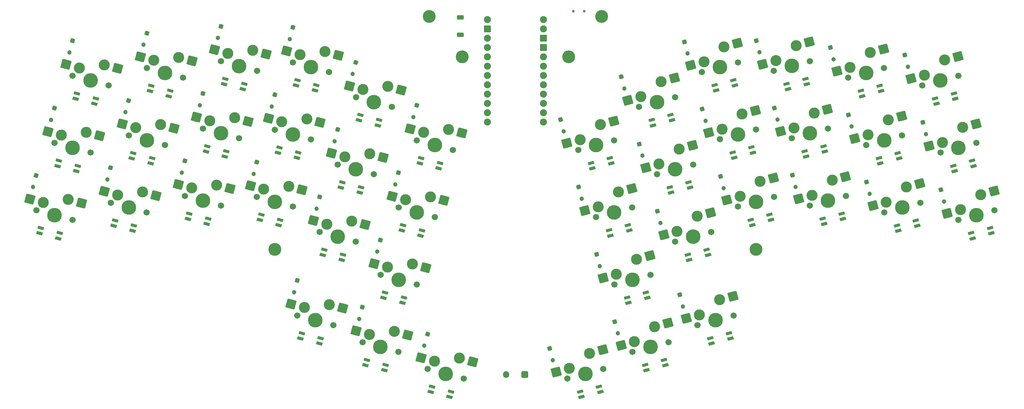
<source format=gbr>
%TF.GenerationSoftware,KiCad,Pcbnew,9.0.4*%
%TF.CreationDate,2025-08-26T18:52:05+03:00*%
%TF.ProjectId,MOKETA,4d4f4b45-5441-42e6-9b69-6361645f7063,rev?*%
%TF.SameCoordinates,Original*%
%TF.FileFunction,Soldermask,Bot*%
%TF.FilePolarity,Negative*%
%FSLAX46Y46*%
G04 Gerber Fmt 4.6, Leading zero omitted, Abs format (unit mm)*
G04 Created by KiCad (PCBNEW 9.0.4) date 2025-08-26 18:52:05*
%MOMM*%
%LPD*%
G01*
G04 APERTURE LIST*
G04 Aperture macros list*
%AMRoundRect*
0 Rectangle with rounded corners*
0 $1 Rounding radius*
0 $2 $3 $4 $5 $6 $7 $8 $9 X,Y pos of 4 corners*
0 Add a 4 corners polygon primitive as box body*
4,1,4,$2,$3,$4,$5,$6,$7,$8,$9,$2,$3,0*
0 Add four circle primitives for the rounded corners*
1,1,$1+$1,$2,$3*
1,1,$1+$1,$4,$5*
1,1,$1+$1,$6,$7*
1,1,$1+$1,$8,$9*
0 Add four rect primitives between the rounded corners*
20,1,$1+$1,$2,$3,$4,$5,0*
20,1,$1+$1,$4,$5,$6,$7,0*
20,1,$1+$1,$6,$7,$8,$9,0*
20,1,$1+$1,$8,$9,$2,$3,0*%
%AMHorizOval*
0 Thick line with rounded ends*
0 $1 width*
0 $2 $3 position (X,Y) of the first rounded end (center of the circle)*
0 $4 $5 position (X,Y) of the second rounded end (center of the circle)*
0 Add line between two ends*
20,1,$1,$2,$3,$4,$5,0*
0 Add two circle primitives to create the rounded ends*
1,1,$1,$2,$3*
1,1,$1,$4,$5*%
G04 Aperture macros list end*
%ADD10RoundRect,0.097561X-0.648523X-0.486879X0.805077X-0.097388X0.648523X0.486879X-0.805077X0.097388X0*%
%ADD11RoundRect,0.103659X-0.637741X-0.503559X0.804079X-0.117224X0.637741X0.503559X-0.804079X0.117224X0*%
%ADD12C,1.701800*%
%ADD13C,3.000000*%
%ADD14C,3.987800*%
%ADD15RoundRect,0.200000X-0.766610X-1.292453X1.310130X-0.735992X0.766610X1.292453X-1.310130X0.735992X0*%
%ADD16O,1.900000X1.900000*%
%ADD17RoundRect,0.250000X-0.700000X-0.700000X0.700000X-0.700000X0.700000X0.700000X-0.700000X0.700000X0*%
%ADD18RoundRect,0.200000X-1.310130X-0.735992X0.766610X-1.292453X1.310130X0.735992X-0.766610X1.292453X0*%
%ADD19RoundRect,0.250000X-0.247487X0.428661X-0.428661X-0.247487X0.247487X-0.428661X0.428661X0.247487X0*%
%ADD20HorizOval,1.200000X0.000000X0.000000X0.000000X0.000000X0*%
%ADD21C,3.500000*%
%ADD22RoundRect,0.097561X-0.805077X-0.097388X0.648523X-0.486879X0.805077X0.097388X-0.648523X0.486879X0*%
%ADD23RoundRect,0.103659X-0.804079X-0.117224X0.637741X-0.503559X0.804079X0.117224X-0.637741X0.503559X0*%
%ADD24RoundRect,0.250000X-0.428661X0.247487X-0.247487X-0.428661X0.428661X-0.247487X0.247487X0.428661X0*%
%ADD25HorizOval,1.200000X0.000000X0.000000X0.000000X0.000000X0*%
%ADD26C,0.700000*%
%ADD27RoundRect,0.200000X-0.700000X0.400000X-0.700000X-0.400000X0.700000X-0.400000X0.700000X0.400000X0*%
%ADD28O,1.800000X1.800000*%
%ADD29RoundRect,0.250000X0.650000X-0.650000X0.650000X0.650000X-0.650000X0.650000X-0.650000X-0.650000X0*%
G04 APERTURE END LIST*
D10*
%TO.C,LED22*%
X281855763Y-131591902D03*
D11*
X282243992Y-133040791D03*
X287363399Y-131669050D03*
D10*
X286975170Y-130220161D03*
%TD*%
D12*
%TO.C,SW24*%
X318801229Y-131967696D03*
D13*
X319370554Y-129185544D03*
D14*
X323708132Y-130652895D03*
D13*
X324846784Y-125088591D03*
D12*
X328615035Y-129338094D03*
D15*
X328469005Y-124118020D03*
X315748332Y-130156115D03*
%TD*%
D10*
%TO.C,LED11*%
X297132881Y-115121869D03*
D11*
X297521110Y-116570758D03*
X302640517Y-115199017D03*
D10*
X302252288Y-113750128D03*
%TD*%
D16*
%TO.C,U1*%
X210828193Y-95657847D03*
X210828193Y-98197847D03*
D17*
X210828193Y-100737847D03*
X210828193Y-103277847D03*
D16*
X210828193Y-105817847D03*
X210828193Y-108357847D03*
X210828193Y-110897847D03*
X210828193Y-113437847D03*
X210828193Y-115977847D03*
X210828193Y-118517847D03*
X210828193Y-121057847D03*
X210828193Y-123597847D03*
X195588193Y-123597847D03*
X195588193Y-121057847D03*
X195588193Y-118517847D03*
X195588193Y-115977847D03*
X195588193Y-113437847D03*
X195588193Y-110897847D03*
X195588193Y-108357847D03*
X195588193Y-105817847D03*
X195588193Y-103277847D03*
X195588193Y-100737847D03*
D17*
X195588193Y-98197847D03*
D16*
X195588193Y-95657847D03*
%TD*%
D12*
%TO.C,SW8*%
X236779959Y-119501591D03*
D13*
X237349284Y-116719439D03*
D14*
X241686862Y-118186790D03*
D13*
X242825514Y-112622486D03*
D12*
X246593765Y-116871989D03*
D15*
X246447735Y-111651915D03*
X233727062Y-117690010D03*
%TD*%
D12*
%TO.C,SW22*%
X278382700Y-128019056D03*
D13*
X278952025Y-125236904D03*
D14*
X283289603Y-126704255D03*
D13*
X284428255Y-121139951D03*
D12*
X288196506Y-125389454D03*
D15*
X288050476Y-120169380D03*
X275329803Y-126207475D03*
%TD*%
D10*
%TO.C,LED34*%
X286773323Y-149944493D03*
D11*
X287161552Y-151393382D03*
X292280959Y-150021641D03*
D10*
X291892730Y-148572752D03*
%TD*%
D12*
%TO.C,SW16*%
X137759525Y-125709206D03*
D13*
X139643651Y-123584455D03*
D14*
X142666428Y-127024007D03*
D13*
X146434680Y-122774504D03*
D12*
X147573331Y-128338808D03*
D18*
X150056902Y-123745076D03*
X136021429Y-122613883D03*
%TD*%
D12*
%TO.C,SW6*%
X176328208Y-128589666D03*
D13*
X178212334Y-126464915D03*
D14*
X181235111Y-129904467D03*
D13*
X185003363Y-125654964D03*
D12*
X186142014Y-131219268D03*
D18*
X188625585Y-126625536D03*
X174590112Y-125494343D03*
%TD*%
D19*
%TO.C,D18*%
X171393693Y-137423525D03*
D20*
X170539593Y-140611081D03*
%TD*%
D19*
%TO.C,D13*%
X77759481Y-119819356D03*
D20*
X76905381Y-123006912D03*
%TD*%
D21*
%TO.C,MH*%
X179721380Y-94865123D03*
%TD*%
D22*
%TO.C,LED1*%
X83915332Y-115816211D03*
D23*
X83527103Y-117265100D03*
X88646510Y-118636841D03*
D22*
X89034739Y-117187952D03*
%TD*%
%TO.C,LED18*%
X172631978Y-151772964D03*
D23*
X172243749Y-153221853D03*
X177363156Y-154593594D03*
D22*
X177751385Y-153144705D03*
%TD*%
D24*
%TO.C,D8*%
X232005913Y-111266600D03*
D25*
X232860013Y-114454156D03*
%TD*%
D19*
%TO.C,D3*%
X123075570Y-97518132D03*
D20*
X122221470Y-100705688D03*
%TD*%
D19*
%TO.C,D6*%
X176311256Y-119070938D03*
D20*
X175457156Y-122258494D03*
%TD*%
D12*
%TO.C,SW34*%
X283300265Y-146371645D03*
D13*
X283869590Y-143589493D03*
D14*
X288207168Y-145056844D03*
D13*
X289345820Y-139492540D03*
D12*
X293114071Y-143742043D03*
D15*
X292968041Y-138521969D03*
X280247368Y-144560064D03*
%TD*%
D12*
%TO.C,SW10*%
X273475138Y-109656466D03*
D13*
X274044463Y-106874314D03*
D14*
X278382041Y-108341665D03*
D13*
X279520693Y-102777361D03*
D12*
X283288944Y-107026864D03*
D15*
X283142914Y-101806790D03*
X270422241Y-107844885D03*
%TD*%
D24*
%TO.C,D20*%
X236896158Y-129619194D03*
D25*
X237750258Y-132806750D03*
%TD*%
D12*
%TO.C,SW33*%
X263715693Y-146691403D03*
D13*
X264285018Y-143909251D03*
D14*
X268622596Y-145376602D03*
D13*
X269761248Y-139812298D03*
D12*
X273529499Y-144061801D03*
D15*
X273383469Y-138841727D03*
X260662796Y-144879822D03*
%TD*%
D22*
%TO.C,LED25*%
X74080207Y-152521388D03*
D23*
X73691978Y-153970277D03*
X78811385Y-155342018D03*
D22*
X79199614Y-153893129D03*
%TD*%
D12*
%TO.C,SW20*%
X241677521Y-137854181D03*
D13*
X242246846Y-135072029D03*
D14*
X246584424Y-136539380D03*
D13*
X247723076Y-130975076D03*
D12*
X251491327Y-135224579D03*
D15*
X251345297Y-130004505D03*
X238624624Y-136042600D03*
%TD*%
D12*
%TO.C,SW40*%
X217288828Y-193580439D03*
D13*
X217858153Y-190798287D03*
D14*
X222195731Y-192265638D03*
D13*
X223334383Y-186701334D03*
D12*
X227102634Y-190950837D03*
D15*
X226956604Y-185730763D03*
X214235931Y-191768858D03*
%TD*%
D24*
%TO.C,D12*%
X309099627Y-105370117D03*
D25*
X309953727Y-108557673D03*
%TD*%
D24*
%TO.C,D36*%
X318924748Y-142085297D03*
D25*
X319778848Y-145272853D03*
%TD*%
D21*
%TO.C,MH*%
X268622596Y-158376602D03*
%TD*%
D26*
%TO.C,SW44*%
X218895730Y-93365125D03*
X221895730Y-93365125D03*
%TD*%
D22*
%TO.C,LED30*%
X167714418Y-170125554D03*
D23*
X167326189Y-171574443D03*
X172445596Y-172946184D03*
D22*
X172833825Y-171497295D03*
%TD*%
D12*
%TO.C,SW35*%
X303484939Y-148244204D03*
D13*
X304054264Y-145462052D03*
D14*
X308391842Y-146929403D03*
D13*
X309530494Y-141365099D03*
D12*
X313298745Y-145614602D03*
D15*
X313152715Y-140394528D03*
X300432042Y-146432623D03*
%TD*%
D27*
%TO.C,SW43*%
X188195731Y-95065123D03*
X188195731Y-99865123D03*
%TD*%
D12*
%TO.C,SW29*%
X149962580Y-153577166D03*
D13*
X151846706Y-151452415D03*
D14*
X154869483Y-154891967D03*
D13*
X158637735Y-150642464D03*
D12*
X159776386Y-156206768D03*
D18*
X162259957Y-151613036D03*
X148224484Y-150481843D03*
%TD*%
D12*
%TO.C,SW3*%
X123092520Y-107036860D03*
D13*
X124976646Y-104912109D03*
D14*
X127999423Y-108351661D03*
D13*
X131767675Y-104102158D03*
D12*
X132906326Y-109666462D03*
D18*
X135389897Y-105072730D03*
X121354424Y-103941537D03*
%TD*%
D10*
%TO.C,LED23*%
X302040441Y-133474458D03*
D11*
X302428670Y-134923347D03*
X307548077Y-133551606D03*
D10*
X307159848Y-132102717D03*
%TD*%
D22*
%TO.C,LED39*%
X180510164Y-195781540D03*
D23*
X180121935Y-197230429D03*
X185241342Y-198602170D03*
D22*
X185629571Y-197153281D03*
%TD*%
D19*
%TO.C,D29*%
X149945627Y-144058434D03*
D20*
X149091527Y-147245990D03*
%TD*%
D19*
%TO.C,D39*%
X179271879Y-181432111D03*
D20*
X178417779Y-184619667D03*
%TD*%
D19*
%TO.C,D2*%
X102900891Y-99400688D03*
D20*
X102046791Y-102588244D03*
%TD*%
D10*
%TO.C,LED40*%
X220761892Y-197153284D03*
D11*
X221150121Y-198602173D03*
X226269528Y-197230432D03*
D10*
X225881299Y-195781543D03*
%TD*%
D12*
%TO.C,SW5*%
X159797702Y-116871985D03*
D13*
X161681828Y-114747234D03*
D14*
X164704605Y-118186786D03*
D13*
X168472857Y-113937283D03*
D12*
X169611508Y-119501587D03*
D18*
X172095079Y-114907855D03*
X158059606Y-113776662D03*
%TD*%
D12*
%TO.C,SW25*%
X72858868Y-147690680D03*
D13*
X74742994Y-145565929D03*
D14*
X77765771Y-149005481D03*
D13*
X81534023Y-144755978D03*
D12*
X82672674Y-150320282D03*
D18*
X85156245Y-145726550D03*
X71120772Y-144595357D03*
%TD*%
D10*
%TO.C,LED10*%
X276948201Y-113229311D03*
D11*
X277336430Y-114678200D03*
X282455837Y-113306459D03*
D10*
X282067608Y-111857570D03*
%TD*%
D21*
%TO.C,MH*%
X188721372Y-105849998D03*
%TD*%
D22*
%TO.C,LED38*%
X162796857Y-188478141D03*
D23*
X162408628Y-189927030D03*
X167528035Y-191298771D03*
D22*
X167916264Y-189849882D03*
%TD*%
D12*
%TO.C,SW27*%
X113257397Y-143742040D03*
D13*
X115141523Y-141617289D03*
D14*
X118164300Y-145056841D03*
D13*
X121932552Y-140807338D03*
D12*
X123071203Y-146371642D03*
D18*
X125554774Y-141777910D03*
X111519301Y-140646717D03*
%TD*%
D19*
%TO.C,D30*%
X166476133Y-155776118D03*
D20*
X165622033Y-158963674D03*
%TD*%
D19*
%TO.C,D37*%
X143845266Y-166825305D03*
D20*
X142991166Y-170012861D03*
%TD*%
D12*
%TO.C,SW17*%
X154880143Y-135224576D03*
D13*
X156764269Y-133099825D03*
D14*
X159787046Y-136539377D03*
D13*
X163555298Y-132289874D03*
D12*
X164693949Y-137854178D03*
D18*
X167177520Y-133260446D03*
X153142047Y-132129253D03*
%TD*%
D10*
%TO.C,LED12*%
X317346732Y-117177949D03*
D11*
X317734961Y-118626838D03*
X322854368Y-117255097D03*
D10*
X322466139Y-115806208D03*
%TD*%
D19*
%TO.C,D27*%
X113240446Y-134223311D03*
D20*
X112386346Y-137410867D03*
%TD*%
D19*
%TO.C,D16*%
X137742574Y-116190479D03*
D20*
X136888474Y-119378035D03*
%TD*%
D24*
%TO.C,D19*%
X220382969Y-141326872D03*
D25*
X221237069Y-144514428D03*
%TD*%
D24*
%TO.C,D35*%
X298710895Y-140009213D03*
D25*
X299564995Y-143196769D03*
%TD*%
D12*
%TO.C,SW28*%
X132841967Y-144061799D03*
D13*
X134726093Y-141937048D03*
D14*
X137748870Y-145376600D03*
D13*
X141517122Y-141127097D03*
D12*
X142655773Y-146691401D03*
D18*
X145139344Y-142097669D03*
X131103871Y-140966476D03*
%TD*%
D22*
%TO.C,LED6*%
X177549546Y-133420371D03*
D23*
X177161317Y-134869260D03*
X182280724Y-136241001D03*
D22*
X182668953Y-134792112D03*
%TD*%
D21*
%TO.C,MH*%
X137748870Y-158376599D03*
%TD*%
D19*
%TO.C,D25*%
X72841919Y-138171950D03*
D20*
X71987819Y-141359506D03*
%TD*%
D19*
%TO.C,D17*%
X154863185Y-125705845D03*
D20*
X154009085Y-128893401D03*
%TD*%
D24*
%TO.C,D22*%
X273601335Y-119784068D03*
D25*
X274455435Y-122971624D03*
%TD*%
D12*
%TO.C,SW39*%
X179288828Y-190950836D03*
D13*
X181172954Y-188826085D03*
D14*
X184195731Y-192265637D03*
D13*
X187963983Y-188016134D03*
D12*
X189102634Y-193580438D03*
D18*
X191586205Y-188986706D03*
X177550732Y-187855513D03*
%TD*%
D19*
%TO.C,D38*%
X161558567Y-174128709D03*
D20*
X160704467Y-177316265D03*
%TD*%
D24*
%TO.C,D33*%
X258941650Y-138456415D03*
D25*
X259795750Y-141643971D03*
%TD*%
D12*
%TO.C,SW7*%
X220249455Y-131219268D03*
D13*
X220818780Y-128437116D03*
D14*
X225156358Y-129904467D03*
D13*
X226295010Y-124340163D03*
D12*
X230063261Y-128589666D03*
D15*
X229917231Y-123369592D03*
X217196558Y-129407687D03*
%TD*%
D24*
%TO.C,D10*%
X268701095Y-101421474D03*
D25*
X269555195Y-104609030D03*
%TD*%
D19*
%TO.C,D5*%
X159780753Y-107353251D03*
D20*
X158926653Y-110540807D03*
%TD*%
D12*
%TO.C,SW9*%
X253900569Y-109986223D03*
D13*
X254469894Y-107204071D03*
D14*
X258807472Y-108671422D03*
D13*
X259946124Y-103107118D03*
D12*
X263714375Y-107356621D03*
D15*
X263568345Y-102136547D03*
X250847672Y-108174642D03*
%TD*%
D19*
%TO.C,D14*%
X97983332Y-117753276D03*
D20*
X97129232Y-120940832D03*
%TD*%
D21*
%TO.C,MH*%
X226670082Y-94865120D03*
%TD*%
D12*
%TO.C,SW32*%
X246595084Y-156206768D03*
D13*
X247164409Y-153424616D03*
D14*
X251501987Y-154891967D03*
D13*
X252640639Y-149327663D03*
D12*
X256408890Y-153577166D03*
D15*
X256262860Y-148357092D03*
X243542187Y-154395187D03*
%TD*%
D24*
%TO.C,D9*%
X249126525Y-101751230D03*
D25*
X249980625Y-104938786D03*
%TD*%
D24*
%TO.C,D24*%
X314027188Y-123732708D03*
D25*
X314881288Y-126920264D03*
%TD*%
D19*
%TO.C,D15*%
X118158007Y-115870721D03*
D20*
X117303907Y-119058277D03*
%TD*%
D24*
%TO.C,D42*%
X247921402Y-170738651D03*
D25*
X248775502Y-173926207D03*
%TD*%
D28*
%TO.C,J1*%
X200655733Y-192450000D03*
D29*
X205735733Y-192450000D03*
%TD*%
D22*
%TO.C,LED28*%
X134063300Y-148892506D03*
D23*
X133675071Y-150341395D03*
X138794478Y-151713136D03*
D22*
X139182707Y-150264247D03*
%TD*%
D12*
%TO.C,SW30*%
X166493083Y-165294843D03*
D13*
X168377209Y-163170092D03*
D14*
X171399986Y-166609644D03*
D13*
X175168238Y-162360141D03*
D12*
X176306889Y-167924445D03*
D18*
X178790460Y-163330713D03*
X164754987Y-162199520D03*
%TD*%
D24*
%TO.C,D21*%
X254026769Y-120093829D03*
D25*
X254880869Y-123281385D03*
%TD*%
D10*
%TO.C,LED7*%
X223722517Y-134792113D03*
D11*
X224110746Y-136241002D03*
X229230153Y-134869261D03*
D10*
X228841924Y-133420372D03*
%TD*%
%TO.C,LED8*%
X240253019Y-123074431D03*
D11*
X240641248Y-124523320D03*
X245760655Y-123151579D03*
D10*
X245372426Y-121702690D03*
%TD*%
%TO.C,LED36*%
X327171853Y-153893132D03*
D11*
X327560082Y-155342021D03*
X332679489Y-153970280D03*
D10*
X332291260Y-152521391D03*
%TD*%
D12*
%TO.C,SW31*%
X230084572Y-167924453D03*
D13*
X230653897Y-165142301D03*
D14*
X234991475Y-166609652D03*
D13*
X236130127Y-161045348D03*
D12*
X239898378Y-165294851D03*
D15*
X239752348Y-160074777D03*
X227031675Y-166112872D03*
%TD*%
D12*
%TO.C,SW23*%
X298567379Y-129901609D03*
D13*
X299136704Y-127119457D03*
D14*
X303474282Y-128586808D03*
D13*
X304612934Y-123022504D03*
D12*
X308381185Y-127272007D03*
D15*
X308235155Y-122051933D03*
X295514482Y-128090028D03*
%TD*%
D12*
%TO.C,SW13*%
X77776430Y-129338091D03*
D13*
X79660556Y-127213340D03*
D14*
X82683333Y-130652892D03*
D13*
X86451585Y-126403389D03*
D12*
X87590236Y-131967693D03*
D18*
X90073807Y-127373961D03*
X76038334Y-126242768D03*
%TD*%
D22*
%TO.C,LED17*%
X156101478Y-140055286D03*
D23*
X155713249Y-141504175D03*
X160832656Y-142875916D03*
D22*
X161220885Y-141427027D03*
%TD*%
D12*
%TO.C,SW42*%
X252695446Y-178973640D03*
D13*
X253264771Y-176191488D03*
D14*
X257602349Y-177658839D03*
D13*
X258741001Y-172094535D03*
D12*
X262509252Y-176344038D03*
D15*
X262363222Y-171123964D03*
X249642549Y-177162059D03*
%TD*%
D12*
%TO.C,SW26*%
X93082717Y-145624601D03*
D13*
X94966843Y-143499850D03*
D14*
X97989620Y-146939402D03*
D13*
X101757872Y-142689899D03*
D12*
X102896523Y-148254203D03*
D18*
X105380094Y-143660471D03*
X91344621Y-142529278D03*
%TD*%
D12*
%TO.C,SW11*%
X293659815Y-111549025D03*
D13*
X294229140Y-108766873D03*
D14*
X298566718Y-110234224D03*
D13*
X299705370Y-104669920D03*
D12*
X303473621Y-108919423D03*
D15*
X303327591Y-103699349D03*
X290606918Y-109737444D03*
%TD*%
D10*
%TO.C,LED33*%
X267188753Y-150264253D03*
D11*
X267576982Y-151713142D03*
X272696389Y-150341401D03*
D10*
X272308160Y-148892512D03*
%TD*%
D24*
%TO.C,D7*%
X215475412Y-122984279D03*
D25*
X216329512Y-126171835D03*
%TD*%
D10*
%TO.C,LED31*%
X233557638Y-171497295D03*
D11*
X233945867Y-172946184D03*
X239065274Y-171574443D03*
D10*
X238677045Y-170125554D03*
%TD*%
D22*
%TO.C,LED29*%
X151183916Y-158407871D03*
D23*
X150795687Y-159856760D03*
X155915094Y-161228501D03*
D22*
X156303323Y-159779612D03*
%TD*%
%TO.C,LED14*%
X99221615Y-132102713D03*
D23*
X98833386Y-133551602D03*
X103952793Y-134923343D03*
D22*
X104341022Y-133474454D03*
%TD*%
D12*
%TO.C,SW1*%
X82693991Y-110985500D03*
D13*
X84578117Y-108860749D03*
D14*
X87600894Y-112300301D03*
D13*
X91369146Y-108050798D03*
D12*
X92507797Y-113615102D03*
D18*
X94991368Y-109021370D03*
X80955895Y-107890177D03*
%TD*%
D24*
%TO.C,D23*%
X293786016Y-121666624D03*
D25*
X294640116Y-124854180D03*
%TD*%
D22*
%TO.C,LED5*%
X161019041Y-121702696D03*
D23*
X160630812Y-123151585D03*
X165750219Y-124523326D03*
D22*
X166138448Y-123074437D03*
%TD*%
D12*
%TO.C,SW41*%
X234992136Y-186287039D03*
D13*
X235561461Y-183504887D03*
D14*
X239899039Y-184972238D03*
D13*
X241037691Y-179407934D03*
D12*
X244805942Y-183657437D03*
D15*
X244659912Y-178437363D03*
X231939239Y-184475458D03*
%TD*%
D22*
%TO.C,LED16*%
X138980864Y-130539918D03*
D23*
X138592635Y-131988807D03*
X143712042Y-133360548D03*
D22*
X144100271Y-131911659D03*
%TD*%
D10*
%TO.C,LED21*%
X262281195Y-131901658D03*
D11*
X262669424Y-133350547D03*
X267788831Y-131978806D03*
D10*
X267400602Y-130529917D03*
%TD*%
D12*
%TO.C,SW37*%
X143862217Y-176344036D03*
D13*
X145746343Y-174219285D03*
D14*
X148769120Y-177658837D03*
D13*
X152537372Y-173409334D03*
D12*
X153676023Y-178973638D03*
D18*
X156159594Y-174379906D03*
X142124121Y-173248713D03*
%TD*%
D12*
%TO.C,SW15*%
X118174962Y-125389452D03*
D13*
X120059088Y-123264701D03*
D14*
X123081865Y-126704253D03*
D13*
X126850117Y-122454750D03*
D12*
X127988768Y-128019054D03*
D18*
X130472339Y-123425322D03*
X116436866Y-122294129D03*
%TD*%
D24*
%TO.C,D11*%
X288885774Y-103314034D03*
D25*
X289739874Y-106501590D03*
%TD*%
D10*
%TO.C,LED9*%
X257373631Y-113559065D03*
D11*
X257761860Y-115007954D03*
X262881267Y-113636213D03*
D10*
X262493038Y-112187324D03*
%TD*%
%TO.C,LED19*%
X228630074Y-153134710D03*
D11*
X229018303Y-154583599D03*
X234137710Y-153211858D03*
D10*
X233749481Y-151762969D03*
%TD*%
D22*
%TO.C,LED15*%
X119396293Y-130220160D03*
D23*
X119008064Y-131669049D03*
X124127471Y-133040790D03*
D22*
X124515700Y-131591901D03*
%TD*%
D24*
%TO.C,D31*%
X225310534Y-159689460D03*
D25*
X226164634Y-162877016D03*
%TD*%
D10*
%TO.C,LED24*%
X322274289Y-135540547D03*
D11*
X322662518Y-136989436D03*
X327781925Y-135617695D03*
D10*
X327393696Y-134168806D03*
%TD*%
D24*
%TO.C,D41*%
X230218095Y-178052059D03*
D25*
X231072195Y-181239615D03*
%TD*%
D10*
%TO.C,LED41*%
X238465202Y-189859885D03*
D11*
X238853431Y-191308774D03*
X243972838Y-189937033D03*
D10*
X243584609Y-188488144D03*
%TD*%
D22*
%TO.C,LED26*%
X94304056Y-150455308D03*
D23*
X93915827Y-151904197D03*
X99035234Y-153275938D03*
D22*
X99423463Y-151827049D03*
%TD*%
D19*
%TO.C,D26*%
X93065768Y-136105870D03*
D20*
X92211668Y-139293426D03*
%TD*%
D19*
%TO.C,D1*%
X82677041Y-101466765D03*
D20*
X81822941Y-104654321D03*
%TD*%
D22*
%TO.C,LED27*%
X114478732Y-148572752D03*
D23*
X114090503Y-150021641D03*
X119209910Y-151393382D03*
D22*
X119598139Y-149944493D03*
%TD*%
D12*
%TO.C,SW4*%
X142677089Y-107356618D03*
D13*
X144561215Y-105231867D03*
D14*
X147583992Y-108671419D03*
D13*
X151352244Y-104421916D03*
D12*
X152490895Y-109986220D03*
D18*
X154974466Y-105392488D03*
X140938993Y-104261295D03*
%TD*%
D12*
%TO.C,SW12*%
X313873671Y-113605102D03*
D13*
X314442996Y-110822950D03*
D14*
X318780574Y-112290301D03*
D13*
X319919226Y-106725997D03*
D12*
X323687477Y-110975500D03*
D15*
X323541447Y-105755426D03*
X310820774Y-111793521D03*
%TD*%
D10*
%TO.C,LED32*%
X250068143Y-159779616D03*
D11*
X250456372Y-161228505D03*
X255575779Y-159856764D03*
D10*
X255187550Y-158407875D03*
%TD*%
D22*
%TO.C,LED3*%
X124313861Y-111867566D03*
D23*
X123925632Y-113316455D03*
X129045039Y-114688196D03*
D22*
X129433268Y-113239307D03*
%TD*%
D12*
%TO.C,SW14*%
X98000283Y-127272008D03*
D13*
X99884409Y-125147257D03*
D14*
X102907186Y-128586809D03*
D13*
X106675438Y-124337306D03*
D12*
X107814089Y-129901610D03*
D18*
X110297660Y-125307878D03*
X96262187Y-124176685D03*
%TD*%
D12*
%TO.C,SW18*%
X171410645Y-146942256D03*
D13*
X173294771Y-144817505D03*
D14*
X176317548Y-148257057D03*
D13*
X180085800Y-144007554D03*
D12*
X181224451Y-149571858D03*
D18*
X183708022Y-144978126D03*
X169672549Y-143846933D03*
%TD*%
D22*
%TO.C,LED13*%
X78997766Y-134168800D03*
D23*
X78609537Y-135617689D03*
X83728944Y-136989430D03*
D22*
X84117173Y-135540541D03*
%TD*%
D12*
%TO.C,SW38*%
X161575522Y-183647439D03*
D13*
X163459648Y-181522688D03*
D14*
X166482425Y-184962240D03*
D13*
X170250677Y-180712737D03*
D12*
X171389328Y-186277041D03*
D18*
X173872899Y-181683309D03*
X159837426Y-180552116D03*
%TD*%
D12*
%TO.C,SW36*%
X323698792Y-150320284D03*
D13*
X324268117Y-147538132D03*
D14*
X328605695Y-149005483D03*
D13*
X329744347Y-143441179D03*
D12*
X333512598Y-147690682D03*
D15*
X333366568Y-142470608D03*
X320645895Y-148508703D03*
%TD*%
D19*
%TO.C,D4*%
X142660137Y-97837885D03*
D20*
X141806037Y-101025441D03*
%TD*%
D12*
%TO.C,SW19*%
X225157013Y-149561857D03*
D13*
X225726338Y-146779705D03*
D14*
X230063916Y-148247056D03*
D13*
X231202568Y-142682752D03*
D12*
X234970819Y-146932255D03*
D15*
X234824789Y-141712181D03*
X222104116Y-147750276D03*
%TD*%
D22*
%TO.C,LED37*%
X145083554Y-181174743D03*
D23*
X144695325Y-182623632D03*
X149814732Y-183995373D03*
D22*
X150202961Y-182546484D03*
%TD*%
D21*
%TO.C,MH*%
X217670090Y-105880245D03*
%TD*%
D24*
%TO.C,D32*%
X241821041Y-147971782D03*
D25*
X242675141Y-151159338D03*
%TD*%
D10*
%TO.C,LED20*%
X245150583Y-141427023D03*
D11*
X245538812Y-142875912D03*
X250658219Y-141504171D03*
D10*
X250269990Y-140055282D03*
%TD*%
D19*
%TO.C,D28*%
X132825017Y-134543070D03*
D20*
X131970917Y-137730626D03*
%TD*%
D12*
%TO.C,SW21*%
X258808128Y-128328813D03*
D13*
X259377453Y-125546661D03*
D14*
X263715031Y-127014012D03*
D13*
X264853683Y-121449708D03*
D12*
X268621934Y-125699211D03*
D15*
X268475904Y-120479137D03*
X255755231Y-126517232D03*
%TD*%
D12*
%TO.C,SW2*%
X102917844Y-108919421D03*
D13*
X104801970Y-106794670D03*
D14*
X107824747Y-110234222D03*
D13*
X111592999Y-105984719D03*
D12*
X112731650Y-111549023D03*
D18*
X115215221Y-106955291D03*
X101179748Y-105824098D03*
%TD*%
D22*
%TO.C,LED2*%
X104139179Y-113750124D03*
D23*
X103750950Y-115199013D03*
X108870357Y-116570754D03*
D22*
X109258586Y-115121865D03*
%TD*%
%TO.C,LED4*%
X143898426Y-112187328D03*
D23*
X143510197Y-113636217D03*
X148629604Y-115007958D03*
D22*
X149017833Y-113559069D03*
%TD*%
D24*
%TO.C,D34*%
X278526219Y-138136658D03*
D25*
X279380319Y-141324214D03*
%TD*%
D10*
%TO.C,LED42*%
X256168505Y-182546487D03*
D11*
X256556734Y-183995376D03*
X261676141Y-182623635D03*
D10*
X261287912Y-181174746D03*
%TD*%
D24*
%TO.C,D40*%
X212514787Y-185345456D03*
D25*
X213368887Y-188533012D03*
%TD*%
D10*
%TO.C,LED35*%
X306958003Y-151817053D03*
D11*
X307346232Y-153265942D03*
X312465639Y-151894201D03*
D10*
X312077410Y-150445312D03*
%TD*%
M02*

</source>
